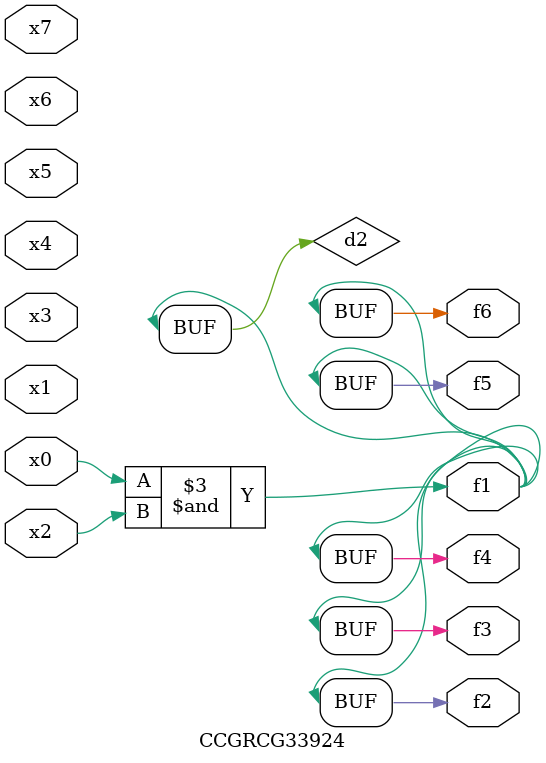
<source format=v>
module CCGRCG33924(
	input x0, x1, x2, x3, x4, x5, x6, x7,
	output f1, f2, f3, f4, f5, f6
);

	wire d1, d2;

	nor (d1, x3, x6);
	and (d2, x0, x2);
	assign f1 = d2;
	assign f2 = d2;
	assign f3 = d2;
	assign f4 = d2;
	assign f5 = d2;
	assign f6 = d2;
endmodule

</source>
